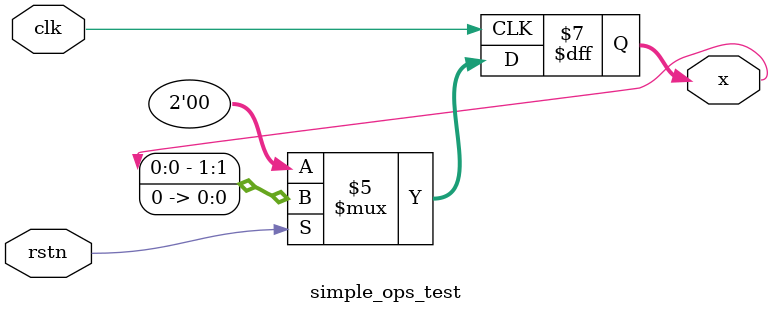
<source format=v>
module simple_ops_test(
    input wire clk,
    input wire rstn,
    output reg [1:0] x
);

always @(posedge clk) begin
    if (!rstn) begin
        x <= 2'b00;
    end else begin
        x <= x << 2'd1;
    end
end

endmodule
</source>
